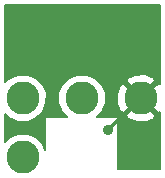
<source format=gbl>
G04 (created by PCBNEW (2013-07-07 BZR 4022)-stable) date 8/6/2015 3:57:57 PM*
%MOIN*%
G04 Gerber Fmt 3.4, Leading zero omitted, Abs format*
%FSLAX34Y34*%
G01*
G70*
G90*
G04 APERTURE LIST*
%ADD10C,0.00590551*%
%ADD11C,0.110236*%
%ADD12C,0.035*%
%ADD13C,0.011811*%
%ADD14C,0.00787402*%
G04 APERTURE END LIST*
G54D10*
G54D11*
X78740Y-57086D03*
X80708Y-57086D03*
X76771Y-57086D03*
X76771Y-59055D03*
G54D12*
X79625Y-58140D03*
X78187Y-54962D03*
X77147Y-54966D03*
X80561Y-59141D03*
G54D13*
X80678Y-57086D02*
X80708Y-57086D01*
X79625Y-58140D02*
X80678Y-57086D01*
X80561Y-59141D02*
X80557Y-59145D01*
G54D10*
G36*
X81332Y-59460D02*
X81191Y-59460D01*
X81191Y-57655D01*
X80708Y-57172D01*
X80622Y-57258D01*
X80622Y-57086D01*
X80139Y-56603D01*
X80022Y-56663D01*
X79912Y-56957D01*
X79924Y-57272D01*
X80022Y-57509D01*
X80139Y-57569D01*
X80622Y-57086D01*
X80622Y-57258D01*
X80225Y-57655D01*
X80285Y-57772D01*
X80579Y-57882D01*
X80894Y-57870D01*
X81132Y-57772D01*
X81191Y-57655D01*
X81191Y-59460D01*
X79949Y-59460D01*
X79949Y-59335D01*
X79951Y-59349D01*
X79951Y-57704D01*
X79235Y-57704D01*
X79407Y-57533D01*
X79527Y-57243D01*
X79527Y-56930D01*
X79408Y-56641D01*
X79186Y-56419D01*
X78897Y-56299D01*
X78584Y-56299D01*
X78294Y-56418D01*
X78073Y-56640D01*
X77952Y-56929D01*
X77952Y-57242D01*
X78072Y-57532D01*
X78244Y-57704D01*
X77520Y-57704D01*
X77520Y-58805D01*
X77439Y-58609D01*
X77218Y-58387D01*
X76928Y-58267D01*
X76615Y-58267D01*
X76326Y-58387D01*
X76179Y-58534D01*
X76179Y-57657D01*
X76179Y-57654D01*
X76179Y-57608D01*
X76325Y-57753D01*
X76614Y-57873D01*
X76927Y-57874D01*
X77217Y-57754D01*
X77438Y-57533D01*
X77558Y-57243D01*
X77559Y-56930D01*
X77439Y-56641D01*
X77218Y-56419D01*
X76928Y-56299D01*
X76615Y-56299D01*
X76326Y-56418D01*
X76179Y-56564D01*
X76179Y-53981D01*
X81332Y-53981D01*
X81332Y-56631D01*
X81277Y-56603D01*
X81191Y-56689D01*
X81191Y-56517D01*
X81132Y-56400D01*
X80837Y-56290D01*
X80523Y-56302D01*
X80285Y-56400D01*
X80225Y-56517D01*
X80708Y-57000D01*
X81191Y-56517D01*
X81191Y-56689D01*
X80794Y-57086D01*
X81277Y-57569D01*
X81332Y-57541D01*
X81332Y-59460D01*
X81332Y-59460D01*
G37*
G54D14*
X81332Y-59460D02*
X81191Y-59460D01*
X81191Y-57655D01*
X80708Y-57172D01*
X80622Y-57258D01*
X80622Y-57086D01*
X80139Y-56603D01*
X80022Y-56663D01*
X79912Y-56957D01*
X79924Y-57272D01*
X80022Y-57509D01*
X80139Y-57569D01*
X80622Y-57086D01*
X80622Y-57258D01*
X80225Y-57655D01*
X80285Y-57772D01*
X80579Y-57882D01*
X80894Y-57870D01*
X81132Y-57772D01*
X81191Y-57655D01*
X81191Y-59460D01*
X79949Y-59460D01*
X79949Y-59335D01*
X79951Y-59349D01*
X79951Y-57704D01*
X79235Y-57704D01*
X79407Y-57533D01*
X79527Y-57243D01*
X79527Y-56930D01*
X79408Y-56641D01*
X79186Y-56419D01*
X78897Y-56299D01*
X78584Y-56299D01*
X78294Y-56418D01*
X78073Y-56640D01*
X77952Y-56929D01*
X77952Y-57242D01*
X78072Y-57532D01*
X78244Y-57704D01*
X77520Y-57704D01*
X77520Y-58805D01*
X77439Y-58609D01*
X77218Y-58387D01*
X76928Y-58267D01*
X76615Y-58267D01*
X76326Y-58387D01*
X76179Y-58534D01*
X76179Y-57657D01*
X76179Y-57654D01*
X76179Y-57608D01*
X76325Y-57753D01*
X76614Y-57873D01*
X76927Y-57874D01*
X77217Y-57754D01*
X77438Y-57533D01*
X77558Y-57243D01*
X77559Y-56930D01*
X77439Y-56641D01*
X77218Y-56419D01*
X76928Y-56299D01*
X76615Y-56299D01*
X76326Y-56418D01*
X76179Y-56564D01*
X76179Y-53981D01*
X81332Y-53981D01*
X81332Y-56631D01*
X81277Y-56603D01*
X81191Y-56689D01*
X81191Y-56517D01*
X81132Y-56400D01*
X80837Y-56290D01*
X80523Y-56302D01*
X80285Y-56400D01*
X80225Y-56517D01*
X80708Y-57000D01*
X81191Y-56517D01*
X81191Y-56689D01*
X80794Y-57086D01*
X81277Y-57569D01*
X81332Y-57541D01*
X81332Y-59460D01*
M02*

</source>
